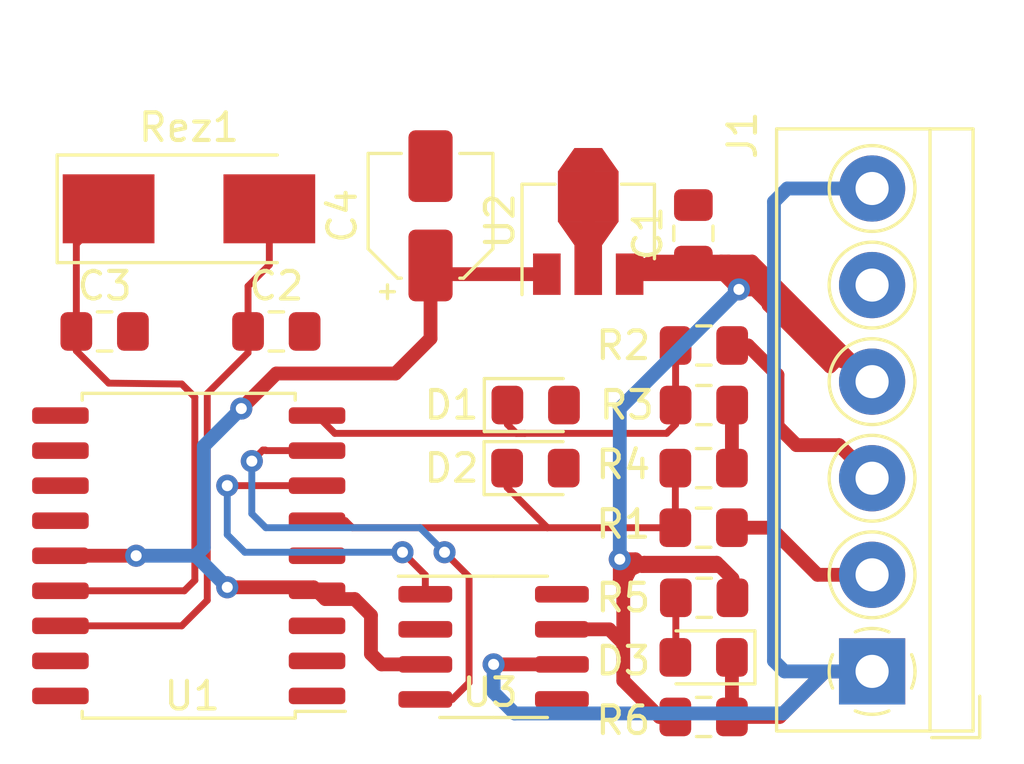
<source format=kicad_pcb>
(kicad_pcb (version 20171130) (host pcbnew 5.1.5+dfsg1-2build2)

  (general
    (thickness 1.6)
    (drawings 0)
    (tracks 155)
    (zones 0)
    (modules 18)
    (nets 25)
  )

  (page A4)
  (layers
    (0 F.Cu signal)
    (31 B.Cu signal)
    (32 B.Adhes user)
    (33 F.Adhes user)
    (34 B.Paste user)
    (35 F.Paste user)
    (36 B.SilkS user)
    (37 F.SilkS user)
    (38 B.Mask user)
    (39 F.Mask user)
    (40 Dwgs.User user)
    (41 Cmts.User user)
    (42 Eco1.User user)
    (43 Eco2.User user)
    (44 Edge.Cuts user)
    (45 Margin user)
    (46 B.CrtYd user)
    (47 F.CrtYd user)
    (48 B.Fab user)
    (49 F.Fab user)
  )

  (setup
    (last_trace_width 0.25)
    (trace_clearance 0.2)
    (zone_clearance 0.508)
    (zone_45_only no)
    (trace_min 0.2)
    (via_size 0.8)
    (via_drill 0.4)
    (via_min_size 0.4)
    (via_min_drill 0.3)
    (uvia_size 0.3)
    (uvia_drill 0.1)
    (uvias_allowed no)
    (uvia_min_size 0.2)
    (uvia_min_drill 0.1)
    (edge_width 0.05)
    (segment_width 0.2)
    (pcb_text_width 0.3)
    (pcb_text_size 1.5 1.5)
    (mod_edge_width 0.12)
    (mod_text_size 1 1)
    (mod_text_width 0.15)
    (pad_size 1.524 1.524)
    (pad_drill 0.762)
    (pad_to_mask_clearance 0.051)
    (solder_mask_min_width 0.25)
    (aux_axis_origin 0 0)
    (visible_elements FFFDFF7F)
    (pcbplotparams
      (layerselection 0x010fc_ffffffff)
      (usegerberextensions false)
      (usegerberattributes false)
      (usegerberadvancedattributes false)
      (creategerberjobfile false)
      (excludeedgelayer true)
      (linewidth 0.100000)
      (plotframeref false)
      (viasonmask false)
      (mode 1)
      (useauxorigin false)
      (hpglpennumber 1)
      (hpglpenspeed 20)
      (hpglpendiameter 15.000000)
      (psnegative false)
      (psa4output false)
      (plotreference true)
      (plotvalue true)
      (plotinvisibletext false)
      (padsonsilk false)
      (subtractmaskfromsilk false)
      (outputformat 1)
      (mirror false)
      (drillshape 1)
      (scaleselection 1)
      (outputdirectory ""))
  )

  (net 0 "")
  (net 1 GND)
  (net 2 VBAT)
  (net 3 "Net-(C2-Pad1)")
  (net 4 "Net-(C3-Pad1)")
  (net 5 Vcc)
  (net 6 IGNITION)
  (net 7 LOW_BEAM)
  (net 8 "Net-(D3-Pad2)")
  (net 9 WBUS)
  (net 10 "Net-(U1-Pad18)")
  (net 11 "Net-(U1-Pad17)")
  (net 12 "Net-(U1-Pad13)")
  (net 13 "Net-(U1-Pad12)")
  (net 14 "Net-(U1-Pad11)")
  (net 15 "Net-(U1-Pad10)")
  (net 16 WLINE_TX)
  (net 17 WLINE_RX)
  (net 18 "Net-(U1-Pad3)")
  (net 19 "Net-(U1-Pad2)")
  (net 20 "Net-(U1-Pad1)")
  (net 21 "Net-(U3-Pad8)")
  (net 22 "Net-(U3-Pad2)")
  (net 23 RB3)
  (net 24 RB0)

  (net_class Default "To jest domyślna klasa połączeń."
    (clearance 0.2)
    (trace_width 0.25)
    (via_dia 0.8)
    (via_drill 0.4)
    (uvia_dia 0.3)
    (uvia_drill 0.1)
    (add_net "Net-(C2-Pad1)")
    (add_net "Net-(C3-Pad1)")
    (add_net "Net-(D3-Pad2)")
    (add_net "Net-(U1-Pad1)")
    (add_net "Net-(U1-Pad10)")
    (add_net "Net-(U1-Pad11)")
    (add_net "Net-(U1-Pad12)")
    (add_net "Net-(U1-Pad13)")
    (add_net "Net-(U1-Pad17)")
    (add_net "Net-(U1-Pad18)")
    (add_net "Net-(U1-Pad2)")
    (add_net "Net-(U1-Pad3)")
    (add_net "Net-(U3-Pad2)")
    (add_net "Net-(U3-Pad8)")
    (add_net RB0)
    (add_net RB3)
    (add_net WLINE_RX)
    (add_net WLINE_TX)
  )

  (net_class power ""
    (clearance 0.2)
    (trace_width 0.5)
    (via_dia 0.8)
    (via_drill 0.4)
    (uvia_dia 0.3)
    (uvia_drill 0.1)
    (add_net GND)
    (add_net IGNITION)
    (add_net LOW_BEAM)
    (add_net VBAT)
    (add_net Vcc)
    (add_net WBUS)
  )

  (module Package_SO:SOIC-8_3.9x4.9mm_P1.27mm (layer F.Cu) (tedit 5D9F72B1) (tstamp 61F1A404)
    (at 176.784 77.216)
    (descr "SOIC, 8 Pin (JEDEC MS-012AA, https://www.analog.com/media/en/package-pcb-resources/package/pkg_pdf/soic_narrow-r/r_8.pdf), generated with kicad-footprint-generator ipc_gullwing_generator.py")
    (tags "SOIC SO")
    (path /61EEE81A)
    (attr smd)
    (fp_text reference U3 (at -0.127 1.651) (layer F.SilkS)
      (effects (font (size 1 1) (thickness 0.15)))
    )
    (fp_text value Si9243A (at 0 3.4) (layer F.Fab)
      (effects (font (size 1 1) (thickness 0.15)))
    )
    (fp_text user %R (at 0 0) (layer F.Fab)
      (effects (font (size 0.98 0.98) (thickness 0.15)))
    )
    (fp_line (start 3.7 -2.7) (end -3.7 -2.7) (layer F.CrtYd) (width 0.05))
    (fp_line (start 3.7 2.7) (end 3.7 -2.7) (layer F.CrtYd) (width 0.05))
    (fp_line (start -3.7 2.7) (end 3.7 2.7) (layer F.CrtYd) (width 0.05))
    (fp_line (start -3.7 -2.7) (end -3.7 2.7) (layer F.CrtYd) (width 0.05))
    (fp_line (start -1.95 -1.475) (end -0.975 -2.45) (layer F.Fab) (width 0.1))
    (fp_line (start -1.95 2.45) (end -1.95 -1.475) (layer F.Fab) (width 0.1))
    (fp_line (start 1.95 2.45) (end -1.95 2.45) (layer F.Fab) (width 0.1))
    (fp_line (start 1.95 -2.45) (end 1.95 2.45) (layer F.Fab) (width 0.1))
    (fp_line (start -0.975 -2.45) (end 1.95 -2.45) (layer F.Fab) (width 0.1))
    (fp_line (start 0 -2.56) (end -3.45 -2.56) (layer F.SilkS) (width 0.12))
    (fp_line (start 0 -2.56) (end 1.95 -2.56) (layer F.SilkS) (width 0.12))
    (fp_line (start 0 2.56) (end -1.95 2.56) (layer F.SilkS) (width 0.12))
    (fp_line (start 0 2.56) (end 1.95 2.56) (layer F.SilkS) (width 0.12))
    (pad 8 smd roundrect (at 2.475 -1.905) (size 1.95 0.6) (layers F.Cu F.Paste F.Mask) (roundrect_rratio 0.25)
      (net 21 "Net-(U3-Pad8)"))
    (pad 7 smd roundrect (at 2.475 -0.635) (size 1.95 0.6) (layers F.Cu F.Paste F.Mask) (roundrect_rratio 0.25)
      (net 2 VBAT))
    (pad 6 smd roundrect (at 2.475 0.635) (size 1.95 0.6) (layers F.Cu F.Paste F.Mask) (roundrect_rratio 0.25)
      (net 9 WBUS))
    (pad 5 smd roundrect (at 2.475 1.905) (size 1.95 0.6) (layers F.Cu F.Paste F.Mask) (roundrect_rratio 0.25)
      (net 1 GND))
    (pad 4 smd roundrect (at -2.475 1.905) (size 1.95 0.6) (layers F.Cu F.Paste F.Mask) (roundrect_rratio 0.25)
      (net 16 WLINE_TX))
    (pad 3 smd roundrect (at -2.475 0.635) (size 1.95 0.6) (layers F.Cu F.Paste F.Mask) (roundrect_rratio 0.25)
      (net 5 Vcc))
    (pad 2 smd roundrect (at -2.475 -0.635) (size 1.95 0.6) (layers F.Cu F.Paste F.Mask) (roundrect_rratio 0.25)
      (net 22 "Net-(U3-Pad2)"))
    (pad 1 smd roundrect (at -2.475 -1.905) (size 1.95 0.6) (layers F.Cu F.Paste F.Mask) (roundrect_rratio 0.25)
      (net 17 WLINE_RX))
    (model ${KISYS3DMOD}/Package_SO.3dshapes/SOIC-8_3.9x4.9mm_P1.27mm.wrl
      (at (xyz 0 0 0))
      (scale (xyz 1 1 1))
      (rotate (xyz 0 0 0))
    )
  )

  (module Package_TO_SOT_SMD:SOT-89-3 (layer F.Cu) (tedit 5A02FF57) (tstamp 61F1A8D2)
    (at 180.213 62.23 90)
    (descr SOT-89-3)
    (tags SOT-89-3)
    (path /61F18390)
    (attr smd)
    (fp_text reference U2 (at 0.45 -3.2 90) (layer F.SilkS)
      (effects (font (size 1 1) (thickness 0.15)))
    )
    (fp_text value MCP1804x-5002xMB (at 0.45 3.25 90) (layer F.Fab)
      (effects (font (size 1 1) (thickness 0.15)))
    )
    (fp_line (start -2.48 2.55) (end -2.48 -2.55) (layer F.CrtYd) (width 0.05))
    (fp_line (start -2.48 2.55) (end 3.23 2.55) (layer F.CrtYd) (width 0.05))
    (fp_line (start 3.23 -2.55) (end -2.48 -2.55) (layer F.CrtYd) (width 0.05))
    (fp_line (start 3.23 -2.55) (end 3.23 2.55) (layer F.CrtYd) (width 0.05))
    (fp_line (start -0.13 -2.3) (end 1.68 -2.3) (layer F.Fab) (width 0.1))
    (fp_line (start -0.92 2.3) (end -0.92 -1.51) (layer F.Fab) (width 0.1))
    (fp_line (start 1.68 2.3) (end -0.92 2.3) (layer F.Fab) (width 0.1))
    (fp_line (start 1.68 -2.3) (end 1.68 2.3) (layer F.Fab) (width 0.1))
    (fp_line (start -0.92 -1.51) (end -0.13 -2.3) (layer F.Fab) (width 0.1))
    (fp_line (start 1.78 -2.4) (end 1.78 -1.2) (layer F.SilkS) (width 0.12))
    (fp_line (start -2.22 -2.4) (end 1.78 -2.4) (layer F.SilkS) (width 0.12))
    (fp_line (start 1.78 2.4) (end -0.92 2.4) (layer F.SilkS) (width 0.12))
    (fp_line (start 1.78 1.2) (end 1.78 2.4) (layer F.SilkS) (width 0.12))
    (fp_text user %R (at 0.38 0 270) (layer F.Fab)
      (effects (font (size 0.6 0.6) (thickness 0.09)))
    )
    (pad 2 smd trapezoid (at -0.0762 0 180) (size 1.5 1) (rect_delta 0 0.7 ) (layers F.Cu F.Paste F.Mask)
      (net 1 GND))
    (pad 2 smd rect (at 1.3335 0) (size 2.2 1.84) (layers F.Cu F.Paste F.Mask)
      (net 1 GND))
    (pad 3 smd rect (at -1.48 1.5) (size 1 1.5) (layers F.Cu F.Paste F.Mask)
      (net 2 VBAT))
    (pad 2 smd rect (at -1.3335 0) (size 1 1.8) (layers F.Cu F.Paste F.Mask)
      (net 1 GND))
    (pad 1 smd rect (at -1.48 -1.5) (size 1 1.5) (layers F.Cu F.Paste F.Mask)
      (net 5 Vcc))
    (pad 2 smd trapezoid (at 2.667 0) (size 1.6 0.85) (rect_delta 0 0.6 ) (layers F.Cu F.Paste F.Mask)
      (net 1 GND))
    (model ${KISYS3DMOD}/Package_TO_SOT_SMD.3dshapes/SOT-89-3.wrl
      (at (xyz 0 0 0))
      (scale (xyz 1 1 1))
      (rotate (xyz 0 0 0))
    )
  )

  (module Package_SO:SOIC-18W_7.5x11.6mm_P1.27mm (layer F.Cu) (tedit 5D9F72B1) (tstamp 61F19D80)
    (at 165.735 73.914 180)
    (descr "SOIC, 18 Pin (JEDEC MS-013AB, https://www.analog.com/media/en/package-pcb-resources/package/33254132129439rw_18.pdf), generated with kicad-footprint-generator ipc_gullwing_generator.py")
    (tags "SOIC SO")
    (path /61EDCCDB)
    (attr smd)
    (fp_text reference U1 (at -0.127 -5.08) (layer F.SilkS)
      (effects (font (size 1 1) (thickness 0.15)))
    )
    (fp_text value PIC16F628-xxISO (at 0 6.72) (layer F.Fab)
      (effects (font (size 1 1) (thickness 0.15)))
    )
    (fp_text user %R (at 0 0) (layer F.Fab)
      (effects (font (size 1 1) (thickness 0.15)))
    )
    (fp_line (start 5.93 -6.02) (end -5.93 -6.02) (layer F.CrtYd) (width 0.05))
    (fp_line (start 5.93 6.02) (end 5.93 -6.02) (layer F.CrtYd) (width 0.05))
    (fp_line (start -5.93 6.02) (end 5.93 6.02) (layer F.CrtYd) (width 0.05))
    (fp_line (start -5.93 -6.02) (end -5.93 6.02) (layer F.CrtYd) (width 0.05))
    (fp_line (start -3.75 -4.775) (end -2.75 -5.775) (layer F.Fab) (width 0.1))
    (fp_line (start -3.75 5.775) (end -3.75 -4.775) (layer F.Fab) (width 0.1))
    (fp_line (start 3.75 5.775) (end -3.75 5.775) (layer F.Fab) (width 0.1))
    (fp_line (start 3.75 -5.775) (end 3.75 5.775) (layer F.Fab) (width 0.1))
    (fp_line (start -2.75 -5.775) (end 3.75 -5.775) (layer F.Fab) (width 0.1))
    (fp_line (start -3.86 -5.64) (end -5.675 -5.64) (layer F.SilkS) (width 0.12))
    (fp_line (start -3.86 -5.885) (end -3.86 -5.64) (layer F.SilkS) (width 0.12))
    (fp_line (start 0 -5.885) (end -3.86 -5.885) (layer F.SilkS) (width 0.12))
    (fp_line (start 3.86 -5.885) (end 3.86 -5.64) (layer F.SilkS) (width 0.12))
    (fp_line (start 0 -5.885) (end 3.86 -5.885) (layer F.SilkS) (width 0.12))
    (fp_line (start -3.86 5.885) (end -3.86 5.64) (layer F.SilkS) (width 0.12))
    (fp_line (start 0 5.885) (end -3.86 5.885) (layer F.SilkS) (width 0.12))
    (fp_line (start 3.86 5.885) (end 3.86 5.64) (layer F.SilkS) (width 0.12))
    (fp_line (start 0 5.885) (end 3.86 5.885) (layer F.SilkS) (width 0.12))
    (pad 18 smd roundrect (at 4.65 -5.08 180) (size 2.05 0.6) (layers F.Cu F.Paste F.Mask) (roundrect_rratio 0.25)
      (net 10 "Net-(U1-Pad18)"))
    (pad 17 smd roundrect (at 4.65 -3.81 180) (size 2.05 0.6) (layers F.Cu F.Paste F.Mask) (roundrect_rratio 0.25)
      (net 11 "Net-(U1-Pad17)"))
    (pad 16 smd roundrect (at 4.65 -2.54 180) (size 2.05 0.6) (layers F.Cu F.Paste F.Mask) (roundrect_rratio 0.25)
      (net 3 "Net-(C2-Pad1)"))
    (pad 15 smd roundrect (at 4.65 -1.27 180) (size 2.05 0.6) (layers F.Cu F.Paste F.Mask) (roundrect_rratio 0.25)
      (net 4 "Net-(C3-Pad1)"))
    (pad 14 smd roundrect (at 4.65 0 180) (size 2.05 0.6) (layers F.Cu F.Paste F.Mask) (roundrect_rratio 0.25)
      (net 5 Vcc))
    (pad 13 smd roundrect (at 4.65 1.27 180) (size 2.05 0.6) (layers F.Cu F.Paste F.Mask) (roundrect_rratio 0.25)
      (net 12 "Net-(U1-Pad13)"))
    (pad 12 smd roundrect (at 4.65 2.54 180) (size 2.05 0.6) (layers F.Cu F.Paste F.Mask) (roundrect_rratio 0.25)
      (net 13 "Net-(U1-Pad12)"))
    (pad 11 smd roundrect (at 4.65 3.81 180) (size 2.05 0.6) (layers F.Cu F.Paste F.Mask) (roundrect_rratio 0.25)
      (net 14 "Net-(U1-Pad11)"))
    (pad 10 smd roundrect (at 4.65 5.08 180) (size 2.05 0.6) (layers F.Cu F.Paste F.Mask) (roundrect_rratio 0.25)
      (net 15 "Net-(U1-Pad10)"))
    (pad 9 smd roundrect (at -4.65 5.08 180) (size 2.05 0.6) (layers F.Cu F.Paste F.Mask) (roundrect_rratio 0.25)
      (net 23 RB3))
    (pad 8 smd roundrect (at -4.65 3.81 180) (size 2.05 0.6) (layers F.Cu F.Paste F.Mask) (roundrect_rratio 0.25)
      (net 16 WLINE_TX))
    (pad 7 smd roundrect (at -4.65 2.54 180) (size 2.05 0.6) (layers F.Cu F.Paste F.Mask) (roundrect_rratio 0.25)
      (net 17 WLINE_RX))
    (pad 6 smd roundrect (at -4.65 1.27 180) (size 2.05 0.6) (layers F.Cu F.Paste F.Mask) (roundrect_rratio 0.25)
      (net 24 RB0))
    (pad 5 smd roundrect (at -4.65 0 180) (size 2.05 0.6) (layers F.Cu F.Paste F.Mask) (roundrect_rratio 0.25)
      (net 1 GND))
    (pad 4 smd roundrect (at -4.65 -1.27 180) (size 2.05 0.6) (layers F.Cu F.Paste F.Mask) (roundrect_rratio 0.25)
      (net 5 Vcc))
    (pad 3 smd roundrect (at -4.65 -2.54 180) (size 2.05 0.6) (layers F.Cu F.Paste F.Mask) (roundrect_rratio 0.25)
      (net 18 "Net-(U1-Pad3)"))
    (pad 2 smd roundrect (at -4.65 -3.81 180) (size 2.05 0.6) (layers F.Cu F.Paste F.Mask) (roundrect_rratio 0.25)
      (net 19 "Net-(U1-Pad2)"))
    (pad 1 smd roundrect (at -4.65 -5.08 180) (size 2.05 0.6) (layers F.Cu F.Paste F.Mask) (roundrect_rratio 0.25)
      (net 20 "Net-(U1-Pad1)"))
    (model ${KISYS3DMOD}/Package_SO.3dshapes/SOIC-18W_7.5x11.6mm_P1.27mm.wrl
      (at (xyz 0 0 0))
      (scale (xyz 1 1 1))
      (rotate (xyz 0 0 0))
    )
  )

  (module Crystal:Crystal_SMD_0603-2Pin_6.0x3.5mm_HandSoldering (layer F.Cu) (tedit 5A0FD1B2) (tstamp 61F19D57)
    (at 165.7435 61.341)
    (descr "SMD Crystal SERIES SMD0603/2 http://www.petermann-technik.de/fileadmin/petermann/pdf/SMD0603-2.pdf, hand-soldering, 6.0x3.5mm^2 package")
    (tags "SMD SMT crystal hand-soldering")
    (path /61EDD49B)
    (attr smd)
    (fp_text reference Rez1 (at 0 -2.95) (layer F.SilkS)
      (effects (font (size 1 1) (thickness 0.15)))
    )
    (fp_text value 18.432MHz (at 0 2.95) (layer F.Fab)
      (effects (font (size 1 1) (thickness 0.15)))
    )
    (fp_circle (center 0 0) (end 0.093333 0) (layer F.Adhes) (width 0.186667))
    (fp_circle (center 0 0) (end 0.213333 0) (layer F.Adhes) (width 0.133333))
    (fp_circle (center 0 0) (end 0.333333 0) (layer F.Adhes) (width 0.133333))
    (fp_circle (center 0 0) (end 0.4 0) (layer F.Adhes) (width 0.1))
    (fp_line (start 4.9 -2) (end -4.9 -2) (layer F.CrtYd) (width 0.05))
    (fp_line (start 4.9 2) (end 4.9 -2) (layer F.CrtYd) (width 0.05))
    (fp_line (start -4.9 2) (end 4.9 2) (layer F.CrtYd) (width 0.05))
    (fp_line (start -4.9 -2) (end -4.9 2) (layer F.CrtYd) (width 0.05))
    (fp_line (start -4.775 1.95) (end 3.2 1.95) (layer F.SilkS) (width 0.12))
    (fp_line (start -4.775 -1.95) (end -4.775 1.95) (layer F.SilkS) (width 0.12))
    (fp_line (start 3.2 -1.95) (end -4.775 -1.95) (layer F.SilkS) (width 0.12))
    (fp_line (start -3 0.75) (end -2 1.75) (layer F.Fab) (width 0.1))
    (fp_line (start -3 -1.65) (end -2.9 -1.75) (layer F.Fab) (width 0.1))
    (fp_line (start -3 1.65) (end -3 -1.65) (layer F.Fab) (width 0.1))
    (fp_line (start -2.9 1.75) (end -3 1.65) (layer F.Fab) (width 0.1))
    (fp_line (start 2.9 1.75) (end -2.9 1.75) (layer F.Fab) (width 0.1))
    (fp_line (start 3 1.65) (end 2.9 1.75) (layer F.Fab) (width 0.1))
    (fp_line (start 3 -1.65) (end 3 1.65) (layer F.Fab) (width 0.1))
    (fp_line (start 2.9 -1.75) (end 3 -1.65) (layer F.Fab) (width 0.1))
    (fp_line (start -2.9 -1.75) (end 2.9 -1.75) (layer F.Fab) (width 0.1))
    (fp_text user %R (at 0 0) (layer F.Fab)
      (effects (font (size 1 1) (thickness 0.15)))
    )
    (pad 2 smd rect (at 2.9125 0) (size 3.325 2.5) (layers F.Cu F.Paste F.Mask)
      (net 3 "Net-(C2-Pad1)"))
    (pad 1 smd rect (at -2.9125 0) (size 3.325 2.5) (layers F.Cu F.Paste F.Mask)
      (net 4 "Net-(C3-Pad1)"))
    (model ${KISYS3DMOD}/Crystal.3dshapes/Crystal_SMD_0603-2Pin_6.0x3.5mm_HandSoldering.wrl
      (at (xyz 0 0 0))
      (scale (xyz 1 1 1))
      (rotate (xyz 0 0 0))
    )
  )

  (module Resistor_SMD:R_0805_2012Metric_Pad1.15x1.40mm_HandSolder (layer F.Cu) (tedit 5B36C52B) (tstamp 61F1C407)
    (at 184.395 79.756 180)
    (descr "Resistor SMD 0805 (2012 Metric), square (rectangular) end terminal, IPC_7351 nominal with elongated pad for handsoldering. (Body size source: https://docs.google.com/spreadsheets/d/1BsfQQcO9C6DZCsRaXUlFlo91Tg2WpOkGARC1WS5S8t0/edit?usp=sharing), generated with kicad-footprint-generator")
    (tags "resistor handsolder")
    (path /61F213B6)
    (attr smd)
    (fp_text reference R6 (at 2.912 -0.127) (layer F.SilkS)
      (effects (font (size 1 1) (thickness 0.15)))
    )
    (fp_text value 1K (at 0 1.65) (layer F.Fab)
      (effects (font (size 1 1) (thickness 0.15)))
    )
    (fp_text user %R (at 0 0) (layer F.Fab)
      (effects (font (size 0.5 0.5) (thickness 0.08)))
    )
    (fp_line (start 1.85 0.95) (end -1.85 0.95) (layer F.CrtYd) (width 0.05))
    (fp_line (start 1.85 -0.95) (end 1.85 0.95) (layer F.CrtYd) (width 0.05))
    (fp_line (start -1.85 -0.95) (end 1.85 -0.95) (layer F.CrtYd) (width 0.05))
    (fp_line (start -1.85 0.95) (end -1.85 -0.95) (layer F.CrtYd) (width 0.05))
    (fp_line (start -0.261252 0.71) (end 0.261252 0.71) (layer F.SilkS) (width 0.12))
    (fp_line (start -0.261252 -0.71) (end 0.261252 -0.71) (layer F.SilkS) (width 0.12))
    (fp_line (start 1 0.6) (end -1 0.6) (layer F.Fab) (width 0.1))
    (fp_line (start 1 -0.6) (end 1 0.6) (layer F.Fab) (width 0.1))
    (fp_line (start -1 -0.6) (end 1 -0.6) (layer F.Fab) (width 0.1))
    (fp_line (start -1 0.6) (end -1 -0.6) (layer F.Fab) (width 0.1))
    (pad 2 smd roundrect (at 1.025 0 180) (size 1.15 1.4) (layers F.Cu F.Paste F.Mask) (roundrect_rratio 0.217391)
      (net 2 VBAT))
    (pad 1 smd roundrect (at -1.025 0 180) (size 1.15 1.4) (layers F.Cu F.Paste F.Mask) (roundrect_rratio 0.217391)
      (net 9 WBUS))
    (model ${KISYS3DMOD}/Resistor_SMD.3dshapes/R_0805_2012Metric.wrl
      (at (xyz 0 0 0))
      (scale (xyz 1 1 1))
      (rotate (xyz 0 0 0))
    )
  )

  (module Resistor_SMD:R_0805_2012Metric_Pad1.15x1.40mm_HandSolder (layer F.Cu) (tedit 5B36C52B) (tstamp 61F1C437)
    (at 184.413 75.438)
    (descr "Resistor SMD 0805 (2012 Metric), square (rectangular) end terminal, IPC_7351 nominal with elongated pad for handsoldering. (Body size source: https://docs.google.com/spreadsheets/d/1BsfQQcO9C6DZCsRaXUlFlo91Tg2WpOkGARC1WS5S8t0/edit?usp=sharing), generated with kicad-footprint-generator")
    (tags "resistor handsolder")
    (path /61F2971D)
    (attr smd)
    (fp_text reference R5 (at -2.93 0) (layer F.SilkS)
      (effects (font (size 1 1) (thickness 0.15)))
    )
    (fp_text value 2K (at 0 1.65) (layer F.Fab)
      (effects (font (size 1 1) (thickness 0.15)))
    )
    (fp_text user %R (at 0 0) (layer F.Fab)
      (effects (font (size 0.5 0.5) (thickness 0.08)))
    )
    (fp_line (start 1.85 0.95) (end -1.85 0.95) (layer F.CrtYd) (width 0.05))
    (fp_line (start 1.85 -0.95) (end 1.85 0.95) (layer F.CrtYd) (width 0.05))
    (fp_line (start -1.85 -0.95) (end 1.85 -0.95) (layer F.CrtYd) (width 0.05))
    (fp_line (start -1.85 0.95) (end -1.85 -0.95) (layer F.CrtYd) (width 0.05))
    (fp_line (start -0.261252 0.71) (end 0.261252 0.71) (layer F.SilkS) (width 0.12))
    (fp_line (start -0.261252 -0.71) (end 0.261252 -0.71) (layer F.SilkS) (width 0.12))
    (fp_line (start 1 0.6) (end -1 0.6) (layer F.Fab) (width 0.1))
    (fp_line (start 1 -0.6) (end 1 0.6) (layer F.Fab) (width 0.1))
    (fp_line (start -1 -0.6) (end 1 -0.6) (layer F.Fab) (width 0.1))
    (fp_line (start -1 0.6) (end -1 -0.6) (layer F.Fab) (width 0.1))
    (pad 2 smd roundrect (at 1.025 0) (size 1.15 1.4) (layers F.Cu F.Paste F.Mask) (roundrect_rratio 0.217391)
      (net 2 VBAT))
    (pad 1 smd roundrect (at -1.025 0) (size 1.15 1.4) (layers F.Cu F.Paste F.Mask) (roundrect_rratio 0.217391)
      (net 8 "Net-(D3-Pad2)"))
    (model ${KISYS3DMOD}/Resistor_SMD.3dshapes/R_0805_2012Metric.wrl
      (at (xyz 0 0 0))
      (scale (xyz 1 1 1))
      (rotate (xyz 0 0 0))
    )
  )

  (module Resistor_SMD:R_0805_2012Metric_Pad1.15x1.40mm_HandSolder (layer F.Cu) (tedit 5B36C52B) (tstamp 61F1C26F)
    (at 184.395 70.739)
    (descr "Resistor SMD 0805 (2012 Metric), square (rectangular) end terminal, IPC_7351 nominal with elongated pad for handsoldering. (Body size source: https://docs.google.com/spreadsheets/d/1BsfQQcO9C6DZCsRaXUlFlo91Tg2WpOkGARC1WS5S8t0/edit?usp=sharing), generated with kicad-footprint-generator")
    (tags "resistor handsolder")
    (path /61F00BA1)
    (attr smd)
    (fp_text reference R4 (at -2.912 -0.127) (layer F.SilkS)
      (effects (font (size 1 1) (thickness 0.15)))
    )
    (fp_text value 10k (at 0 1.65) (layer F.Fab)
      (effects (font (size 1 1) (thickness 0.15)))
    )
    (fp_text user %R (at 0 0) (layer F.Fab)
      (effects (font (size 0.5 0.5) (thickness 0.08)))
    )
    (fp_line (start 1.85 0.95) (end -1.85 0.95) (layer F.CrtYd) (width 0.05))
    (fp_line (start 1.85 -0.95) (end 1.85 0.95) (layer F.CrtYd) (width 0.05))
    (fp_line (start -1.85 -0.95) (end 1.85 -0.95) (layer F.CrtYd) (width 0.05))
    (fp_line (start -1.85 0.95) (end -1.85 -0.95) (layer F.CrtYd) (width 0.05))
    (fp_line (start -0.261252 0.71) (end 0.261252 0.71) (layer F.SilkS) (width 0.12))
    (fp_line (start -0.261252 -0.71) (end 0.261252 -0.71) (layer F.SilkS) (width 0.12))
    (fp_line (start 1 0.6) (end -1 0.6) (layer F.Fab) (width 0.1))
    (fp_line (start 1 -0.6) (end 1 0.6) (layer F.Fab) (width 0.1))
    (fp_line (start -1 -0.6) (end 1 -0.6) (layer F.Fab) (width 0.1))
    (fp_line (start -1 0.6) (end -1 -0.6) (layer F.Fab) (width 0.1))
    (pad 2 smd roundrect (at 1.025 0) (size 1.15 1.4) (layers F.Cu F.Paste F.Mask) (roundrect_rratio 0.217391)
      (net 1 GND))
    (pad 1 smd roundrect (at -1.025 0) (size 1.15 1.4) (layers F.Cu F.Paste F.Mask) (roundrect_rratio 0.217391)
      (net 24 RB0))
    (model ${KISYS3DMOD}/Resistor_SMD.3dshapes/R_0805_2012Metric.wrl
      (at (xyz 0 0 0))
      (scale (xyz 1 1 1))
      (rotate (xyz 0 0 0))
    )
  )

  (module Resistor_SMD:R_0805_2012Metric_Pad1.15x1.40mm_HandSolder (layer F.Cu) (tedit 5B36C52B) (tstamp 61F1C29F)
    (at 184.404 68.453)
    (descr "Resistor SMD 0805 (2012 Metric), square (rectangular) end terminal, IPC_7351 nominal with elongated pad for handsoldering. (Body size source: https://docs.google.com/spreadsheets/d/1BsfQQcO9C6DZCsRaXUlFlo91Tg2WpOkGARC1WS5S8t0/edit?usp=sharing), generated with kicad-footprint-generator")
    (tags "resistor handsolder")
    (path /61F0078F)
    (attr smd)
    (fp_text reference R3 (at -2.794 0) (layer F.SilkS)
      (effects (font (size 1 1) (thickness 0.15)))
    )
    (fp_text value 10k (at 0 1.65) (layer F.Fab)
      (effects (font (size 1 1) (thickness 0.15)))
    )
    (fp_text user %R (at 0 0) (layer F.Fab)
      (effects (font (size 0.5 0.5) (thickness 0.08)))
    )
    (fp_line (start 1.85 0.95) (end -1.85 0.95) (layer F.CrtYd) (width 0.05))
    (fp_line (start 1.85 -0.95) (end 1.85 0.95) (layer F.CrtYd) (width 0.05))
    (fp_line (start -1.85 -0.95) (end 1.85 -0.95) (layer F.CrtYd) (width 0.05))
    (fp_line (start -1.85 0.95) (end -1.85 -0.95) (layer F.CrtYd) (width 0.05))
    (fp_line (start -0.261252 0.71) (end 0.261252 0.71) (layer F.SilkS) (width 0.12))
    (fp_line (start -0.261252 -0.71) (end 0.261252 -0.71) (layer F.SilkS) (width 0.12))
    (fp_line (start 1 0.6) (end -1 0.6) (layer F.Fab) (width 0.1))
    (fp_line (start 1 -0.6) (end 1 0.6) (layer F.Fab) (width 0.1))
    (fp_line (start -1 -0.6) (end 1 -0.6) (layer F.Fab) (width 0.1))
    (fp_line (start -1 0.6) (end -1 -0.6) (layer F.Fab) (width 0.1))
    (pad 2 smd roundrect (at 1.025 0) (size 1.15 1.4) (layers F.Cu F.Paste F.Mask) (roundrect_rratio 0.217391)
      (net 1 GND))
    (pad 1 smd roundrect (at -1.025 0) (size 1.15 1.4) (layers F.Cu F.Paste F.Mask) (roundrect_rratio 0.217391)
      (net 23 RB3))
    (model ${KISYS3DMOD}/Resistor_SMD.3dshapes/R_0805_2012Metric.wrl
      (at (xyz 0 0 0))
      (scale (xyz 1 1 1))
      (rotate (xyz 0 0 0))
    )
  )

  (module Resistor_SMD:R_0805_2012Metric_Pad1.15x1.40mm_HandSolder (layer F.Cu) (tedit 5B36C52B) (tstamp 61F1C2CF)
    (at 184.404 66.294)
    (descr "Resistor SMD 0805 (2012 Metric), square (rectangular) end terminal, IPC_7351 nominal with elongated pad for handsoldering. (Body size source: https://docs.google.com/spreadsheets/d/1BsfQQcO9C6DZCsRaXUlFlo91Tg2WpOkGARC1WS5S8t0/edit?usp=sharing), generated with kicad-footprint-generator")
    (tags "resistor handsolder")
    (path /61F0D479)
    (attr smd)
    (fp_text reference R2 (at -2.921 0) (layer F.SilkS)
      (effects (font (size 1 1) (thickness 0.15)))
    )
    (fp_text value 10k (at 0 1.65) (layer F.Fab)
      (effects (font (size 1 1) (thickness 0.15)))
    )
    (fp_text user %R (at 0 0) (layer F.Fab)
      (effects (font (size 0.5 0.5) (thickness 0.08)))
    )
    (fp_line (start 1.85 0.95) (end -1.85 0.95) (layer F.CrtYd) (width 0.05))
    (fp_line (start 1.85 -0.95) (end 1.85 0.95) (layer F.CrtYd) (width 0.05))
    (fp_line (start -1.85 -0.95) (end 1.85 -0.95) (layer F.CrtYd) (width 0.05))
    (fp_line (start -1.85 0.95) (end -1.85 -0.95) (layer F.CrtYd) (width 0.05))
    (fp_line (start -0.261252 0.71) (end 0.261252 0.71) (layer F.SilkS) (width 0.12))
    (fp_line (start -0.261252 -0.71) (end 0.261252 -0.71) (layer F.SilkS) (width 0.12))
    (fp_line (start 1 0.6) (end -1 0.6) (layer F.Fab) (width 0.1))
    (fp_line (start 1 -0.6) (end 1 0.6) (layer F.Fab) (width 0.1))
    (fp_line (start -1 -0.6) (end 1 -0.6) (layer F.Fab) (width 0.1))
    (fp_line (start -1 0.6) (end -1 -0.6) (layer F.Fab) (width 0.1))
    (pad 2 smd roundrect (at 1.025 0) (size 1.15 1.4) (layers F.Cu F.Paste F.Mask) (roundrect_rratio 0.217391)
      (net 6 IGNITION))
    (pad 1 smd roundrect (at -1.025 0) (size 1.15 1.4) (layers F.Cu F.Paste F.Mask) (roundrect_rratio 0.217391)
      (net 23 RB3))
    (model ${KISYS3DMOD}/Resistor_SMD.3dshapes/R_0805_2012Metric.wrl
      (at (xyz 0 0 0))
      (scale (xyz 1 1 1))
      (rotate (xyz 0 0 0))
    )
  )

  (module Resistor_SMD:R_0805_2012Metric_Pad1.15x1.40mm_HandSolder (layer F.Cu) (tedit 5B36C52B) (tstamp 61F1C2FF)
    (at 184.395 72.898)
    (descr "Resistor SMD 0805 (2012 Metric), square (rectangular) end terminal, IPC_7351 nominal with elongated pad for handsoldering. (Body size source: https://docs.google.com/spreadsheets/d/1BsfQQcO9C6DZCsRaXUlFlo91Tg2WpOkGARC1WS5S8t0/edit?usp=sharing), generated with kicad-footprint-generator")
    (tags "resistor handsolder")
    (path /61F0D0F3)
    (attr smd)
    (fp_text reference R1 (at -2.912 -0.127) (layer F.SilkS)
      (effects (font (size 1 1) (thickness 0.15)))
    )
    (fp_text value 10k (at 0 1.65) (layer F.Fab)
      (effects (font (size 1 1) (thickness 0.15)))
    )
    (fp_text user %R (at 0 0) (layer F.Fab)
      (effects (font (size 0.5 0.5) (thickness 0.08)))
    )
    (fp_line (start 1.85 0.95) (end -1.85 0.95) (layer F.CrtYd) (width 0.05))
    (fp_line (start 1.85 -0.95) (end 1.85 0.95) (layer F.CrtYd) (width 0.05))
    (fp_line (start -1.85 -0.95) (end 1.85 -0.95) (layer F.CrtYd) (width 0.05))
    (fp_line (start -1.85 0.95) (end -1.85 -0.95) (layer F.CrtYd) (width 0.05))
    (fp_line (start -0.261252 0.71) (end 0.261252 0.71) (layer F.SilkS) (width 0.12))
    (fp_line (start -0.261252 -0.71) (end 0.261252 -0.71) (layer F.SilkS) (width 0.12))
    (fp_line (start 1 0.6) (end -1 0.6) (layer F.Fab) (width 0.1))
    (fp_line (start 1 -0.6) (end 1 0.6) (layer F.Fab) (width 0.1))
    (fp_line (start -1 -0.6) (end 1 -0.6) (layer F.Fab) (width 0.1))
    (fp_line (start -1 0.6) (end -1 -0.6) (layer F.Fab) (width 0.1))
    (pad 2 smd roundrect (at 1.025 0) (size 1.15 1.4) (layers F.Cu F.Paste F.Mask) (roundrect_rratio 0.217391)
      (net 7 LOW_BEAM))
    (pad 1 smd roundrect (at -1.025 0) (size 1.15 1.4) (layers F.Cu F.Paste F.Mask) (roundrect_rratio 0.217391)
      (net 24 RB0))
    (model ${KISYS3DMOD}/Resistor_SMD.3dshapes/R_0805_2012Metric.wrl
      (at (xyz 0 0 0))
      (scale (xyz 1 1 1))
      (rotate (xyz 0 0 0))
    )
  )

  (module TerminalBlock_4Ucon:TerminalBlock_4Ucon_1x06_P3.50mm_Horizontal (layer F.Cu) (tedit 5B294E92) (tstamp 61F19CD6)
    (at 190.5 78.105 90)
    (descr "Terminal Block 4Ucon ItemNo. 19964, 6 pins, pitch 3.5mm, size 21.7x7mm^2, drill diamater 1.2mm, pad diameter 2.4mm, see http://www.4uconnector.com/online/object/4udrawing/19964.pdf, script-generated using https://github.com/pointhi/kicad-footprint-generator/scripts/TerminalBlock_4Ucon")
    (tags "THT Terminal Block 4Ucon ItemNo. 19964 pitch 3.5mm size 21.7x7mm^2 drill 1.2mm pad 2.4mm")
    (path /61F6A2D8)
    (fp_text reference J1 (at 19.431 -4.699 90) (layer F.SilkS)
      (effects (font (size 1 1) (thickness 0.15)))
    )
    (fp_text value Conn_01x06_Female (at 8.75 4.66 90) (layer F.Fab)
      (effects (font (size 1 1) (thickness 0.15)))
    )
    (fp_text user %R (at 8.75 2.9 90) (layer F.Fab)
      (effects (font (size 1 1) (thickness 0.15)))
    )
    (fp_line (start 20.1 -3.9) (end -2.6 -3.9) (layer F.CrtYd) (width 0.05))
    (fp_line (start 20.1 4.1) (end 20.1 -3.9) (layer F.CrtYd) (width 0.05))
    (fp_line (start -2.6 4.1) (end 20.1 4.1) (layer F.CrtYd) (width 0.05))
    (fp_line (start -2.6 -3.9) (end -2.6 4.1) (layer F.CrtYd) (width 0.05))
    (fp_line (start -2.4 3.9) (end -0.9 3.9) (layer F.SilkS) (width 0.12))
    (fp_line (start -2.4 2.16) (end -2.4 3.9) (layer F.SilkS) (width 0.12))
    (fp_line (start 16.4 0.069) (end 16.4 -0.069) (layer F.Fab) (width 0.1))
    (fp_line (start 17.431 0.069) (end 16.4 0.069) (layer F.Fab) (width 0.1))
    (fp_line (start 17.431 1.1) (end 17.431 0.069) (layer F.Fab) (width 0.1))
    (fp_line (start 17.569 1.1) (end 17.431 1.1) (layer F.Fab) (width 0.1))
    (fp_line (start 17.569 0.069) (end 17.569 1.1) (layer F.Fab) (width 0.1))
    (fp_line (start 18.6 0.069) (end 17.569 0.069) (layer F.Fab) (width 0.1))
    (fp_line (start 18.6 -0.069) (end 18.6 0.069) (layer F.Fab) (width 0.1))
    (fp_line (start 17.569 -0.069) (end 18.6 -0.069) (layer F.Fab) (width 0.1))
    (fp_line (start 17.569 -1.1) (end 17.569 -0.069) (layer F.Fab) (width 0.1))
    (fp_line (start 17.431 -1.1) (end 17.569 -1.1) (layer F.Fab) (width 0.1))
    (fp_line (start 17.431 -0.069) (end 17.431 -1.1) (layer F.Fab) (width 0.1))
    (fp_line (start 16.4 -0.069) (end 17.431 -0.069) (layer F.Fab) (width 0.1))
    (fp_line (start 12.9 0.069) (end 12.9 -0.069) (layer F.Fab) (width 0.1))
    (fp_line (start 13.931 0.069) (end 12.9 0.069) (layer F.Fab) (width 0.1))
    (fp_line (start 13.931 1.1) (end 13.931 0.069) (layer F.Fab) (width 0.1))
    (fp_line (start 14.069 1.1) (end 13.931 1.1) (layer F.Fab) (width 0.1))
    (fp_line (start 14.069 0.069) (end 14.069 1.1) (layer F.Fab) (width 0.1))
    (fp_line (start 15.1 0.069) (end 14.069 0.069) (layer F.Fab) (width 0.1))
    (fp_line (start 15.1 -0.069) (end 15.1 0.069) (layer F.Fab) (width 0.1))
    (fp_line (start 14.069 -0.069) (end 15.1 -0.069) (layer F.Fab) (width 0.1))
    (fp_line (start 14.069 -1.1) (end 14.069 -0.069) (layer F.Fab) (width 0.1))
    (fp_line (start 13.931 -1.1) (end 14.069 -1.1) (layer F.Fab) (width 0.1))
    (fp_line (start 13.931 -0.069) (end 13.931 -1.1) (layer F.Fab) (width 0.1))
    (fp_line (start 12.9 -0.069) (end 13.931 -0.069) (layer F.Fab) (width 0.1))
    (fp_line (start 9.4 0.069) (end 9.4 -0.069) (layer F.Fab) (width 0.1))
    (fp_line (start 10.431 0.069) (end 9.4 0.069) (layer F.Fab) (width 0.1))
    (fp_line (start 10.431 1.1) (end 10.431 0.069) (layer F.Fab) (width 0.1))
    (fp_line (start 10.569 1.1) (end 10.431 1.1) (layer F.Fab) (width 0.1))
    (fp_line (start 10.569 0.069) (end 10.569 1.1) (layer F.Fab) (width 0.1))
    (fp_line (start 11.6 0.069) (end 10.569 0.069) (layer F.Fab) (width 0.1))
    (fp_line (start 11.6 -0.069) (end 11.6 0.069) (layer F.Fab) (width 0.1))
    (fp_line (start 10.569 -0.069) (end 11.6 -0.069) (layer F.Fab) (width 0.1))
    (fp_line (start 10.569 -1.1) (end 10.569 -0.069) (layer F.Fab) (width 0.1))
    (fp_line (start 10.431 -1.1) (end 10.569 -1.1) (layer F.Fab) (width 0.1))
    (fp_line (start 10.431 -0.069) (end 10.431 -1.1) (layer F.Fab) (width 0.1))
    (fp_line (start 9.4 -0.069) (end 10.431 -0.069) (layer F.Fab) (width 0.1))
    (fp_line (start 5.9 0.069) (end 5.9 -0.069) (layer F.Fab) (width 0.1))
    (fp_line (start 6.931 0.069) (end 5.9 0.069) (layer F.Fab) (width 0.1))
    (fp_line (start 6.931 1.1) (end 6.931 0.069) (layer F.Fab) (width 0.1))
    (fp_line (start 7.069 1.1) (end 6.931 1.1) (layer F.Fab) (width 0.1))
    (fp_line (start 7.069 0.069) (end 7.069 1.1) (layer F.Fab) (width 0.1))
    (fp_line (start 8.1 0.069) (end 7.069 0.069) (layer F.Fab) (width 0.1))
    (fp_line (start 8.1 -0.069) (end 8.1 0.069) (layer F.Fab) (width 0.1))
    (fp_line (start 7.069 -0.069) (end 8.1 -0.069) (layer F.Fab) (width 0.1))
    (fp_line (start 7.069 -1.1) (end 7.069 -0.069) (layer F.Fab) (width 0.1))
    (fp_line (start 6.931 -1.1) (end 7.069 -1.1) (layer F.Fab) (width 0.1))
    (fp_line (start 6.931 -0.069) (end 6.931 -1.1) (layer F.Fab) (width 0.1))
    (fp_line (start 5.9 -0.069) (end 6.931 -0.069) (layer F.Fab) (width 0.1))
    (fp_line (start 2.4 0.069) (end 2.4 -0.069) (layer F.Fab) (width 0.1))
    (fp_line (start 3.431 0.069) (end 2.4 0.069) (layer F.Fab) (width 0.1))
    (fp_line (start 3.431 1.1) (end 3.431 0.069) (layer F.Fab) (width 0.1))
    (fp_line (start 3.569 1.1) (end 3.431 1.1) (layer F.Fab) (width 0.1))
    (fp_line (start 3.569 0.069) (end 3.569 1.1) (layer F.Fab) (width 0.1))
    (fp_line (start 4.6 0.069) (end 3.569 0.069) (layer F.Fab) (width 0.1))
    (fp_line (start 4.6 -0.069) (end 4.6 0.069) (layer F.Fab) (width 0.1))
    (fp_line (start 3.569 -0.069) (end 4.6 -0.069) (layer F.Fab) (width 0.1))
    (fp_line (start 3.569 -1.1) (end 3.569 -0.069) (layer F.Fab) (width 0.1))
    (fp_line (start 3.431 -1.1) (end 3.569 -1.1) (layer F.Fab) (width 0.1))
    (fp_line (start 3.431 -0.069) (end 3.431 -1.1) (layer F.Fab) (width 0.1))
    (fp_line (start 2.4 -0.069) (end 3.431 -0.069) (layer F.Fab) (width 0.1))
    (fp_line (start -1.1 0.069) (end -1.1 -0.069) (layer F.Fab) (width 0.1))
    (fp_line (start -0.069 0.069) (end -1.1 0.069) (layer F.Fab) (width 0.1))
    (fp_line (start -0.069 1.1) (end -0.069 0.069) (layer F.Fab) (width 0.1))
    (fp_line (start 0.069 1.1) (end -0.069 1.1) (layer F.Fab) (width 0.1))
    (fp_line (start 0.069 0.069) (end 0.069 1.1) (layer F.Fab) (width 0.1))
    (fp_line (start 1.1 0.069) (end 0.069 0.069) (layer F.Fab) (width 0.1))
    (fp_line (start 1.1 -0.069) (end 1.1 0.069) (layer F.Fab) (width 0.1))
    (fp_line (start 0.069 -0.069) (end 1.1 -0.069) (layer F.Fab) (width 0.1))
    (fp_line (start 0.069 -1.1) (end 0.069 -0.069) (layer F.Fab) (width 0.1))
    (fp_line (start -0.069 -1.1) (end 0.069 -1.1) (layer F.Fab) (width 0.1))
    (fp_line (start -0.069 -0.069) (end -0.069 -1.1) (layer F.Fab) (width 0.1))
    (fp_line (start -1.1 -0.069) (end -0.069 -0.069) (layer F.Fab) (width 0.1))
    (fp_line (start 19.66 -3.46) (end 19.66 3.66) (layer F.SilkS) (width 0.12))
    (fp_line (start -2.16 -3.46) (end -2.16 3.66) (layer F.SilkS) (width 0.12))
    (fp_line (start -2.16 3.66) (end 19.66 3.66) (layer F.SilkS) (width 0.12))
    (fp_line (start -2.16 -3.46) (end 19.66 -3.46) (layer F.SilkS) (width 0.12))
    (fp_line (start -2.16 2.1) (end 19.66 2.1) (layer F.SilkS) (width 0.12))
    (fp_line (start -2.1 2.1) (end 19.6 2.1) (layer F.Fab) (width 0.1))
    (fp_line (start -2.1 2.1) (end -2.1 -3.4) (layer F.Fab) (width 0.1))
    (fp_line (start -0.6 3.6) (end -2.1 2.1) (layer F.Fab) (width 0.1))
    (fp_line (start 19.6 3.6) (end -0.6 3.6) (layer F.Fab) (width 0.1))
    (fp_line (start 19.6 -3.4) (end 19.6 3.6) (layer F.Fab) (width 0.1))
    (fp_line (start -2.1 -3.4) (end 19.6 -3.4) (layer F.Fab) (width 0.1))
    (fp_circle (center 17.5 0) (end 19.055 0) (layer F.SilkS) (width 0.12))
    (fp_circle (center 17.5 0) (end 18.875 0) (layer F.Fab) (width 0.1))
    (fp_circle (center 14 0) (end 15.555 0) (layer F.SilkS) (width 0.12))
    (fp_circle (center 14 0) (end 15.375 0) (layer F.Fab) (width 0.1))
    (fp_circle (center 10.5 0) (end 12.055 0) (layer F.SilkS) (width 0.12))
    (fp_circle (center 10.5 0) (end 11.875 0) (layer F.Fab) (width 0.1))
    (fp_circle (center 7 0) (end 8.555 0) (layer F.SilkS) (width 0.12))
    (fp_circle (center 7 0) (end 8.375 0) (layer F.Fab) (width 0.1))
    (fp_circle (center 3.5 0) (end 5.055 0) (layer F.SilkS) (width 0.12))
    (fp_circle (center 3.5 0) (end 4.875 0) (layer F.Fab) (width 0.1))
    (fp_circle (center 0 0) (end 1.375 0) (layer F.Fab) (width 0.1))
    (fp_arc (start 0 0) (end -0.608 1.432) (angle -24) (layer F.SilkS) (width 0.12))
    (fp_arc (start 0 0) (end -1.432 -0.608) (angle -46) (layer F.SilkS) (width 0.12))
    (fp_arc (start 0 0) (end 0.608 -1.432) (angle -46) (layer F.SilkS) (width 0.12))
    (fp_arc (start 0 0) (end 1.432 0.608) (angle -46) (layer F.SilkS) (width 0.12))
    (fp_arc (start 0 0) (end 0 1.555) (angle -23) (layer F.SilkS) (width 0.12))
    (pad 6 thru_hole circle (at 17.5 0 90) (size 2.4 2.4) (drill 1.2) (layers *.Cu *.Mask)
      (net 9 WBUS))
    (pad 5 thru_hole circle (at 14 0 90) (size 2.4 2.4) (drill 1.2) (layers *.Cu *.Mask)
      (net 1 GND))
    (pad 4 thru_hole circle (at 10.5 0 90) (size 2.4 2.4) (drill 1.2) (layers *.Cu *.Mask)
      (net 2 VBAT))
    (pad 3 thru_hole circle (at 7 0 90) (size 2.4 2.4) (drill 1.2) (layers *.Cu *.Mask)
      (net 6 IGNITION))
    (pad 2 thru_hole circle (at 3.5 0 90) (size 2.4 2.4) (drill 1.2) (layers *.Cu *.Mask)
      (net 7 LOW_BEAM))
    (pad 1 thru_hole rect (at 0 0 90) (size 2.4 2.4) (drill 1.2) (layers *.Cu *.Mask)
      (net 9 WBUS))
    (model ${KISYS3DMOD}/TerminalBlock_4Ucon.3dshapes/TerminalBlock_4Ucon_1x06_P3.50mm_Horizontal.wrl
      (at (xyz 0 0 0))
      (scale (xyz 1 1 1))
      (rotate (xyz 0 0 0))
    )
  )

  (module LED_SMD:LED_0805_2012Metric_Pad1.15x1.40mm_HandSolder (layer F.Cu) (tedit 5B4B45C9) (tstamp 61F1C469)
    (at 184.395 77.597 180)
    (descr "LED SMD 0805 (2012 Metric), square (rectangular) end terminal, IPC_7351 nominal, (Body size source: https://docs.google.com/spreadsheets/d/1BsfQQcO9C6DZCsRaXUlFlo91Tg2WpOkGARC1WS5S8t0/edit?usp=sharing), generated with kicad-footprint-generator")
    (tags "LED handsolder")
    (path /61F25515)
    (attr smd)
    (fp_text reference D3 (at 2.912 -0.127) (layer F.SilkS)
      (effects (font (size 1 1) (thickness 0.15)))
    )
    (fp_text value LED (at 0 1.65) (layer F.Fab)
      (effects (font (size 1 1) (thickness 0.15)))
    )
    (fp_text user %R (at 0 0) (layer F.Fab)
      (effects (font (size 0.5 0.5) (thickness 0.08)))
    )
    (fp_line (start 1.85 0.95) (end -1.85 0.95) (layer F.CrtYd) (width 0.05))
    (fp_line (start 1.85 -0.95) (end 1.85 0.95) (layer F.CrtYd) (width 0.05))
    (fp_line (start -1.85 -0.95) (end 1.85 -0.95) (layer F.CrtYd) (width 0.05))
    (fp_line (start -1.85 0.95) (end -1.85 -0.95) (layer F.CrtYd) (width 0.05))
    (fp_line (start -1.86 0.96) (end 1 0.96) (layer F.SilkS) (width 0.12))
    (fp_line (start -1.86 -0.96) (end -1.86 0.96) (layer F.SilkS) (width 0.12))
    (fp_line (start 1 -0.96) (end -1.86 -0.96) (layer F.SilkS) (width 0.12))
    (fp_line (start 1 0.6) (end 1 -0.6) (layer F.Fab) (width 0.1))
    (fp_line (start -1 0.6) (end 1 0.6) (layer F.Fab) (width 0.1))
    (fp_line (start -1 -0.3) (end -1 0.6) (layer F.Fab) (width 0.1))
    (fp_line (start -0.7 -0.6) (end -1 -0.3) (layer F.Fab) (width 0.1))
    (fp_line (start 1 -0.6) (end -0.7 -0.6) (layer F.Fab) (width 0.1))
    (pad 2 smd roundrect (at 1.025 0 180) (size 1.15 1.4) (layers F.Cu F.Paste F.Mask) (roundrect_rratio 0.217391)
      (net 8 "Net-(D3-Pad2)"))
    (pad 1 smd roundrect (at -1.025 0 180) (size 1.15 1.4) (layers F.Cu F.Paste F.Mask) (roundrect_rratio 0.217391)
      (net 9 WBUS))
    (model ${KISYS3DMOD}/LED_SMD.3dshapes/LED_0805_2012Metric.wrl
      (at (xyz 0 0 0))
      (scale (xyz 1 1 1))
      (rotate (xyz 0 0 0))
    )
  )

  (module Diode_SMD:D_0805_2012Metric_Pad1.15x1.40mm_HandSolder (layer F.Cu) (tedit 5B4B45C8) (tstamp 61F1A508)
    (at 178.299 70.739)
    (descr "Diode SMD 0805 (2012 Metric), square (rectangular) end terminal, IPC_7351 nominal, (Body size source: https://docs.google.com/spreadsheets/d/1BsfQQcO9C6DZCsRaXUlFlo91Tg2WpOkGARC1WS5S8t0/edit?usp=sharing), generated with kicad-footprint-generator")
    (tags "diode handsolder")
    (path /61F0371E)
    (attr smd)
    (fp_text reference D2 (at -3.039 0) (layer F.SilkS)
      (effects (font (size 1 1) (thickness 0.15)))
    )
    (fp_text value D_Zener_5V6 (at 0 1.65) (layer F.Fab)
      (effects (font (size 1 1) (thickness 0.15)))
    )
    (fp_text user %R (at 0 0) (layer F.Fab)
      (effects (font (size 0.5 0.5) (thickness 0.08)))
    )
    (fp_line (start 1.85 0.95) (end -1.85 0.95) (layer F.CrtYd) (width 0.05))
    (fp_line (start 1.85 -0.95) (end 1.85 0.95) (layer F.CrtYd) (width 0.05))
    (fp_line (start -1.85 -0.95) (end 1.85 -0.95) (layer F.CrtYd) (width 0.05))
    (fp_line (start -1.85 0.95) (end -1.85 -0.95) (layer F.CrtYd) (width 0.05))
    (fp_line (start -1.86 0.96) (end 1 0.96) (layer F.SilkS) (width 0.12))
    (fp_line (start -1.86 -0.96) (end -1.86 0.96) (layer F.SilkS) (width 0.12))
    (fp_line (start 1 -0.96) (end -1.86 -0.96) (layer F.SilkS) (width 0.12))
    (fp_line (start 1 0.6) (end 1 -0.6) (layer F.Fab) (width 0.1))
    (fp_line (start -1 0.6) (end 1 0.6) (layer F.Fab) (width 0.1))
    (fp_line (start -1 -0.3) (end -1 0.6) (layer F.Fab) (width 0.1))
    (fp_line (start -0.7 -0.6) (end -1 -0.3) (layer F.Fab) (width 0.1))
    (fp_line (start 1 -0.6) (end -0.7 -0.6) (layer F.Fab) (width 0.1))
    (pad 2 smd roundrect (at 1.025 0) (size 1.15 1.4) (layers F.Cu F.Paste F.Mask) (roundrect_rratio 0.217391)
      (net 1 GND))
    (pad 1 smd roundrect (at -1.025 0) (size 1.15 1.4) (layers F.Cu F.Paste F.Mask) (roundrect_rratio 0.217391)
      (net 24 RB0))
    (model ${KISYS3DMOD}/Diode_SMD.3dshapes/D_0805_2012Metric.wrl
      (at (xyz 0 0 0))
      (scale (xyz 1 1 1))
      (rotate (xyz 0 0 0))
    )
  )

  (module Diode_SMD:D_0805_2012Metric_Pad1.15x1.40mm_HandSolder (layer F.Cu) (tedit 5B4B45C8) (tstamp 61F19C3C)
    (at 178.308 68.453)
    (descr "Diode SMD 0805 (2012 Metric), square (rectangular) end terminal, IPC_7351 nominal, (Body size source: https://docs.google.com/spreadsheets/d/1BsfQQcO9C6DZCsRaXUlFlo91Tg2WpOkGARC1WS5S8t0/edit?usp=sharing), generated with kicad-footprint-generator")
    (tags "diode handsolder")
    (path /61F0512B)
    (attr smd)
    (fp_text reference D1 (at -3.048 0) (layer F.SilkS)
      (effects (font (size 1 1) (thickness 0.15)))
    )
    (fp_text value D_Zener_5V6 (at 0 1.65) (layer F.Fab)
      (effects (font (size 1 1) (thickness 0.15)))
    )
    (fp_text user %R (at 0 0) (layer F.Fab)
      (effects (font (size 0.5 0.5) (thickness 0.08)))
    )
    (fp_line (start 1.85 0.95) (end -1.85 0.95) (layer F.CrtYd) (width 0.05))
    (fp_line (start 1.85 -0.95) (end 1.85 0.95) (layer F.CrtYd) (width 0.05))
    (fp_line (start -1.85 -0.95) (end 1.85 -0.95) (layer F.CrtYd) (width 0.05))
    (fp_line (start -1.85 0.95) (end -1.85 -0.95) (layer F.CrtYd) (width 0.05))
    (fp_line (start -1.86 0.96) (end 1 0.96) (layer F.SilkS) (width 0.12))
    (fp_line (start -1.86 -0.96) (end -1.86 0.96) (layer F.SilkS) (width 0.12))
    (fp_line (start 1 -0.96) (end -1.86 -0.96) (layer F.SilkS) (width 0.12))
    (fp_line (start 1 0.6) (end 1 -0.6) (layer F.Fab) (width 0.1))
    (fp_line (start -1 0.6) (end 1 0.6) (layer F.Fab) (width 0.1))
    (fp_line (start -1 -0.3) (end -1 0.6) (layer F.Fab) (width 0.1))
    (fp_line (start -0.7 -0.6) (end -1 -0.3) (layer F.Fab) (width 0.1))
    (fp_line (start 1 -0.6) (end -0.7 -0.6) (layer F.Fab) (width 0.1))
    (pad 2 smd roundrect (at 1.025 0) (size 1.15 1.4) (layers F.Cu F.Paste F.Mask) (roundrect_rratio 0.217391)
      (net 1 GND))
    (pad 1 smd roundrect (at -1.025 0) (size 1.15 1.4) (layers F.Cu F.Paste F.Mask) (roundrect_rratio 0.217391)
      (net 23 RB3))
    (model ${KISYS3DMOD}/Diode_SMD.3dshapes/D_0805_2012Metric.wrl
      (at (xyz 0 0 0))
      (scale (xyz 1 1 1))
      (rotate (xyz 0 0 0))
    )
  )

  (module Capacitor_SMD:CP_Elec_4x5.8 (layer F.Cu) (tedit 5BCA39CF) (tstamp 61F19C29)
    (at 174.498 61.595 90)
    (descr "SMD capacitor, aluminum electrolytic, Panasonic, 4.0x5.8mm")
    (tags "capacitor electrolytic")
    (path /61F1DF03)
    (attr smd)
    (fp_text reference C4 (at 0 -3.2 90) (layer F.SilkS)
      (effects (font (size 1 1) (thickness 0.15)))
    )
    (fp_text value CP (at 0 3.2 90) (layer F.Fab)
      (effects (font (size 1 1) (thickness 0.15)))
    )
    (fp_text user %R (at 0 0 90) (layer F.Fab)
      (effects (font (size 0.8 0.8) (thickness 0.12)))
    )
    (fp_line (start -3.35 1.05) (end -2.4 1.05) (layer F.CrtYd) (width 0.05))
    (fp_line (start -3.35 -1.05) (end -3.35 1.05) (layer F.CrtYd) (width 0.05))
    (fp_line (start -2.4 -1.05) (end -3.35 -1.05) (layer F.CrtYd) (width 0.05))
    (fp_line (start -2.4 1.05) (end -2.4 1.25) (layer F.CrtYd) (width 0.05))
    (fp_line (start -2.4 -1.25) (end -2.4 -1.05) (layer F.CrtYd) (width 0.05))
    (fp_line (start -2.4 -1.25) (end -1.25 -2.4) (layer F.CrtYd) (width 0.05))
    (fp_line (start -2.4 1.25) (end -1.25 2.4) (layer F.CrtYd) (width 0.05))
    (fp_line (start -1.25 -2.4) (end 2.4 -2.4) (layer F.CrtYd) (width 0.05))
    (fp_line (start -1.25 2.4) (end 2.4 2.4) (layer F.CrtYd) (width 0.05))
    (fp_line (start 2.4 1.05) (end 2.4 2.4) (layer F.CrtYd) (width 0.05))
    (fp_line (start 3.35 1.05) (end 2.4 1.05) (layer F.CrtYd) (width 0.05))
    (fp_line (start 3.35 -1.05) (end 3.35 1.05) (layer F.CrtYd) (width 0.05))
    (fp_line (start 2.4 -1.05) (end 3.35 -1.05) (layer F.CrtYd) (width 0.05))
    (fp_line (start 2.4 -2.4) (end 2.4 -1.05) (layer F.CrtYd) (width 0.05))
    (fp_line (start -2.75 -1.81) (end -2.75 -1.31) (layer F.SilkS) (width 0.12))
    (fp_line (start -3 -1.56) (end -2.5 -1.56) (layer F.SilkS) (width 0.12))
    (fp_line (start -2.26 1.195563) (end -1.195563 2.26) (layer F.SilkS) (width 0.12))
    (fp_line (start -2.26 -1.195563) (end -1.195563 -2.26) (layer F.SilkS) (width 0.12))
    (fp_line (start -2.26 -1.195563) (end -2.26 -1.06) (layer F.SilkS) (width 0.12))
    (fp_line (start -2.26 1.195563) (end -2.26 1.06) (layer F.SilkS) (width 0.12))
    (fp_line (start -1.195563 2.26) (end 2.26 2.26) (layer F.SilkS) (width 0.12))
    (fp_line (start -1.195563 -2.26) (end 2.26 -2.26) (layer F.SilkS) (width 0.12))
    (fp_line (start 2.26 -2.26) (end 2.26 -1.06) (layer F.SilkS) (width 0.12))
    (fp_line (start 2.26 2.26) (end 2.26 1.06) (layer F.SilkS) (width 0.12))
    (fp_line (start -1.374773 -1.2) (end -1.374773 -0.8) (layer F.Fab) (width 0.1))
    (fp_line (start -1.574773 -1) (end -1.174773 -1) (layer F.Fab) (width 0.1))
    (fp_line (start -2.15 1.15) (end -1.15 2.15) (layer F.Fab) (width 0.1))
    (fp_line (start -2.15 -1.15) (end -1.15 -2.15) (layer F.Fab) (width 0.1))
    (fp_line (start -2.15 -1.15) (end -2.15 1.15) (layer F.Fab) (width 0.1))
    (fp_line (start -1.15 2.15) (end 2.15 2.15) (layer F.Fab) (width 0.1))
    (fp_line (start -1.15 -2.15) (end 2.15 -2.15) (layer F.Fab) (width 0.1))
    (fp_line (start 2.15 -2.15) (end 2.15 2.15) (layer F.Fab) (width 0.1))
    (fp_circle (center 0 0) (end 2 0) (layer F.Fab) (width 0.1))
    (pad 2 smd roundrect (at 1.8 0 90) (size 2.6 1.6) (layers F.Cu F.Paste F.Mask) (roundrect_rratio 0.15625)
      (net 1 GND))
    (pad 1 smd roundrect (at -1.8 0 90) (size 2.6 1.6) (layers F.Cu F.Paste F.Mask) (roundrect_rratio 0.15625)
      (net 5 Vcc))
    (model ${KISYS3DMOD}/Capacitor_SMD.3dshapes/CP_Elec_4x5.8.wrl
      (at (xyz 0 0 0))
      (scale (xyz 1 1 1))
      (rotate (xyz 0 0 0))
    )
  )

  (module Capacitor_SMD:C_0805_2012Metric_Pad1.15x1.40mm_HandSolder (layer F.Cu) (tedit 5B36C52B) (tstamp 61F1C061)
    (at 162.687 65.786)
    (descr "Capacitor SMD 0805 (2012 Metric), square (rectangular) end terminal, IPC_7351 nominal with elongated pad for handsoldering. (Body size source: https://docs.google.com/spreadsheets/d/1BsfQQcO9C6DZCsRaXUlFlo91Tg2WpOkGARC1WS5S8t0/edit?usp=sharing), generated with kicad-footprint-generator")
    (tags "capacitor handsolder")
    (path /61EDF91A)
    (attr smd)
    (fp_text reference C3 (at 0 -1.65) (layer F.SilkS)
      (effects (font (size 1 1) (thickness 0.15)))
    )
    (fp_text value 22pF (at 0 1.65) (layer F.Fab)
      (effects (font (size 1 1) (thickness 0.15)))
    )
    (fp_text user %R (at 0 0) (layer F.Fab)
      (effects (font (size 0.5 0.5) (thickness 0.08)))
    )
    (fp_line (start 1.85 0.95) (end -1.85 0.95) (layer F.CrtYd) (width 0.05))
    (fp_line (start 1.85 -0.95) (end 1.85 0.95) (layer F.CrtYd) (width 0.05))
    (fp_line (start -1.85 -0.95) (end 1.85 -0.95) (layer F.CrtYd) (width 0.05))
    (fp_line (start -1.85 0.95) (end -1.85 -0.95) (layer F.CrtYd) (width 0.05))
    (fp_line (start -0.261252 0.71) (end 0.261252 0.71) (layer F.SilkS) (width 0.12))
    (fp_line (start -0.261252 -0.71) (end 0.261252 -0.71) (layer F.SilkS) (width 0.12))
    (fp_line (start 1 0.6) (end -1 0.6) (layer F.Fab) (width 0.1))
    (fp_line (start 1 -0.6) (end 1 0.6) (layer F.Fab) (width 0.1))
    (fp_line (start -1 -0.6) (end 1 -0.6) (layer F.Fab) (width 0.1))
    (fp_line (start -1 0.6) (end -1 -0.6) (layer F.Fab) (width 0.1))
    (pad 2 smd roundrect (at 1.025 0) (size 1.15 1.4) (layers F.Cu F.Paste F.Mask) (roundrect_rratio 0.217391)
      (net 1 GND))
    (pad 1 smd roundrect (at -1.025 0) (size 1.15 1.4) (layers F.Cu F.Paste F.Mask) (roundrect_rratio 0.217391)
      (net 4 "Net-(C3-Pad1)"))
    (model ${KISYS3DMOD}/Capacitor_SMD.3dshapes/C_0805_2012Metric.wrl
      (at (xyz 0 0 0))
      (scale (xyz 1 1 1))
      (rotate (xyz 0 0 0))
    )
  )

  (module Capacitor_SMD:C_0805_2012Metric_Pad1.15x1.40mm_HandSolder (layer F.Cu) (tedit 5B36C52B) (tstamp 61F1A632)
    (at 168.91 65.786)
    (descr "Capacitor SMD 0805 (2012 Metric), square (rectangular) end terminal, IPC_7351 nominal with elongated pad for handsoldering. (Body size source: https://docs.google.com/spreadsheets/d/1BsfQQcO9C6DZCsRaXUlFlo91Tg2WpOkGARC1WS5S8t0/edit?usp=sharing), generated with kicad-footprint-generator")
    (tags "capacitor handsolder")
    (path /61EDFD93)
    (attr smd)
    (fp_text reference C2 (at 0 -1.65) (layer F.SilkS)
      (effects (font (size 1 1) (thickness 0.15)))
    )
    (fp_text value 22pF (at 0 1.65) (layer F.Fab)
      (effects (font (size 1 1) (thickness 0.15)))
    )
    (fp_text user %R (at 0 0) (layer F.Fab)
      (effects (font (size 0.5 0.5) (thickness 0.08)))
    )
    (fp_line (start 1.85 0.95) (end -1.85 0.95) (layer F.CrtYd) (width 0.05))
    (fp_line (start 1.85 -0.95) (end 1.85 0.95) (layer F.CrtYd) (width 0.05))
    (fp_line (start -1.85 -0.95) (end 1.85 -0.95) (layer F.CrtYd) (width 0.05))
    (fp_line (start -1.85 0.95) (end -1.85 -0.95) (layer F.CrtYd) (width 0.05))
    (fp_line (start -0.261252 0.71) (end 0.261252 0.71) (layer F.SilkS) (width 0.12))
    (fp_line (start -0.261252 -0.71) (end 0.261252 -0.71) (layer F.SilkS) (width 0.12))
    (fp_line (start 1 0.6) (end -1 0.6) (layer F.Fab) (width 0.1))
    (fp_line (start 1 -0.6) (end 1 0.6) (layer F.Fab) (width 0.1))
    (fp_line (start -1 -0.6) (end 1 -0.6) (layer F.Fab) (width 0.1))
    (fp_line (start -1 0.6) (end -1 -0.6) (layer F.Fab) (width 0.1))
    (pad 2 smd roundrect (at 1.025 0) (size 1.15 1.4) (layers F.Cu F.Paste F.Mask) (roundrect_rratio 0.217391)
      (net 1 GND))
    (pad 1 smd roundrect (at -1.025 0) (size 1.15 1.4) (layers F.Cu F.Paste F.Mask) (roundrect_rratio 0.217391)
      (net 3 "Net-(C2-Pad1)"))
    (model ${KISYS3DMOD}/Capacitor_SMD.3dshapes/C_0805_2012Metric.wrl
      (at (xyz 0 0 0))
      (scale (xyz 1 1 1))
      (rotate (xyz 0 0 0))
    )
  )

  (module Capacitor_SMD:C_0805_2012Metric_Pad1.15x1.40mm_HandSolder (layer F.Cu) (tedit 5B36C52B) (tstamp 61F1B1B1)
    (at 184.023 62.23 90)
    (descr "Capacitor SMD 0805 (2012 Metric), square (rectangular) end terminal, IPC_7351 nominal with elongated pad for handsoldering. (Body size source: https://docs.google.com/spreadsheets/d/1BsfQQcO9C6DZCsRaXUlFlo91Tg2WpOkGARC1WS5S8t0/edit?usp=sharing), generated with kicad-footprint-generator")
    (tags "capacitor handsolder")
    (path /61F1C0DC)
    (attr smd)
    (fp_text reference C1 (at 0 -1.65 90) (layer F.SilkS)
      (effects (font (size 1 1) (thickness 0.15)))
    )
    (fp_text value 100nF (at 0 1.65 90) (layer F.Fab)
      (effects (font (size 1 1) (thickness 0.15)))
    )
    (fp_text user %R (at 0 0 90) (layer F.Fab)
      (effects (font (size 0.5 0.5) (thickness 0.08)))
    )
    (fp_line (start 1.85 0.95) (end -1.85 0.95) (layer F.CrtYd) (width 0.05))
    (fp_line (start 1.85 -0.95) (end 1.85 0.95) (layer F.CrtYd) (width 0.05))
    (fp_line (start -1.85 -0.95) (end 1.85 -0.95) (layer F.CrtYd) (width 0.05))
    (fp_line (start -1.85 0.95) (end -1.85 -0.95) (layer F.CrtYd) (width 0.05))
    (fp_line (start -0.261252 0.71) (end 0.261252 0.71) (layer F.SilkS) (width 0.12))
    (fp_line (start -0.261252 -0.71) (end 0.261252 -0.71) (layer F.SilkS) (width 0.12))
    (fp_line (start 1 0.6) (end -1 0.6) (layer F.Fab) (width 0.1))
    (fp_line (start 1 -0.6) (end 1 0.6) (layer F.Fab) (width 0.1))
    (fp_line (start -1 -0.6) (end 1 -0.6) (layer F.Fab) (width 0.1))
    (fp_line (start -1 0.6) (end -1 -0.6) (layer F.Fab) (width 0.1))
    (pad 2 smd roundrect (at 1.025 0 90) (size 1.15 1.4) (layers F.Cu F.Paste F.Mask) (roundrect_rratio 0.217391)
      (net 1 GND))
    (pad 1 smd roundrect (at -1.025 0 90) (size 1.15 1.4) (layers F.Cu F.Paste F.Mask) (roundrect_rratio 0.217391)
      (net 2 VBAT))
    (model ${KISYS3DMOD}/Capacitor_SMD.3dshapes/C_0805_2012Metric.wrl
      (at (xyz 0 0 0))
      (scale (xyz 1 1 1))
      (rotate (xyz 0 0 0))
    )
  )

  (segment (start 180.213 59.563) (end 180.213 60.8965) (width 0.5) (layer F.Cu) (net 1))
  (segment (start 180.213 63.5635) (end 180.213 60.8965) (width 0.5) (layer F.Cu) (net 1))
  (segment (start 185.42 68.462) (end 185.429 68.453) (width 0.5) (layer F.Cu) (net 1))
  (segment (start 185.42 70.739) (end 185.42 68.462) (width 0.5) (layer F.Cu) (net 1))
  (segment (start 182.795 79.756) (end 181.483 78.444) (width 0.5) (layer F.Cu) (net 2))
  (segment (start 183.37 79.756) (end 182.795 79.756) (width 0.5) (layer F.Cu) (net 2))
  (segment (start 181.483 78.444) (end 181.483 77.089) (width 0.5) (layer F.Cu) (net 2))
  (segment (start 180.975 76.581) (end 179.259 76.581) (width 0.5) (layer F.Cu) (net 2))
  (segment (start 181.483 77.089) (end 180.975 76.581) (width 0.5) (layer F.Cu) (net 2))
  (segment (start 181.483 77.089) (end 181.483 74.93) (width 0.5) (layer F.Cu) (net 2))
  (segment (start 184.868 74.168) (end 185.438 74.738) (width 0.5) (layer F.Cu) (net 2))
  (segment (start 182.245 74.168) (end 184.868 74.168) (width 0.5) (layer F.Cu) (net 2))
  (segment (start 190.5 67.605) (end 186.15 63.255) (width 0.5) (layer F.Cu) (net 2))
  (via (at 185.674 64.262) (size 0.8) (drill 0.4) (layers F.Cu B.Cu) (net 2))
  (segment (start 186.15 63.786) (end 185.674 64.262) (width 0.5) (layer F.Cu) (net 2))
  (segment (start 186.15 63.255) (end 186.15 63.786) (width 0.5) (layer F.Cu) (net 2))
  (via (at 181.356 74.041) (size 0.8) (drill 0.4) (layers F.Cu B.Cu) (net 2))
  (segment (start 181.356 68.58) (end 181.356 74.041) (width 0.5) (layer B.Cu) (net 2))
  (segment (start 185.674 64.262) (end 181.356 68.58) (width 0.5) (layer B.Cu) (net 2))
  (segment (start 185.438 74.738) (end 185.438 75.438) (width 0.5) (layer F.Cu) (net 2))
  (segment (start 184.98799 74.28799) (end 185.438 74.738) (width 0.5) (layer F.Cu) (net 2))
  (segment (start 182.168675 74.28799) (end 184.98799 74.28799) (width 0.5) (layer F.Cu) (net 2))
  (segment (start 181.921685 74.041) (end 182.168675 74.28799) (width 0.5) (layer F.Cu) (net 2))
  (segment (start 181.356 74.041) (end 181.921685 74.041) (width 0.5) (layer F.Cu) (net 2))
  (segment (start 181.356 74.803) (end 181.356 74.041) (width 0.5) (layer F.Cu) (net 2))
  (segment (start 181.483 74.93) (end 181.356 74.803) (width 0.5) (layer F.Cu) (net 2))
  (segment (start 181.356 74.041) (end 181.737 74.422) (width 0.5) (layer F.Cu) (net 2))
  (segment (start 181.737 74.422) (end 182.245 74.168) (width 0.5) (layer F.Cu) (net 2))
  (segment (start 181.483 74.93) (end 181.737 74.422) (width 0.5) (layer F.Cu) (net 2))
  (segment (start 185.122 63.71) (end 185.674 64.262) (width 0.5) (layer F.Cu) (net 2))
  (segment (start 181.713 63.71) (end 185.122 63.71) (width 0.5) (layer F.Cu) (net 2))
  (segment (start 186.15 63.255) (end 185.03 63.255) (width 0.5) (layer F.Cu) (net 2))
  (segment (start 185.03 63.255) (end 184.023 63.255) (width 0.5) (layer F.Cu) (net 2))
  (segment (start 185.674 63.627) (end 185.674 64.262) (width 0.5) (layer F.Cu) (net 2))
  (segment (start 185.302 63.255) (end 185.674 63.627) (width 0.5) (layer F.Cu) (net 2))
  (segment (start 185.03 63.255) (end 185.302 63.255) (width 0.5) (layer F.Cu) (net 2))
  (segment (start 189.951 67.056) (end 190.5 67.605) (width 0.5) (layer F.Cu) (net 2))
  (segment (start 186.747685 64.827685) (end 188.976 67.056) (width 0.5) (layer F.Cu) (net 2))
  (segment (start 186.747685 64.77) (end 186.747685 64.827685) (width 0.5) (layer F.Cu) (net 2))
  (segment (start 186.239685 64.262) (end 186.747685 64.77) (width 0.5) (layer F.Cu) (net 2))
  (segment (start 185.674 64.262) (end 186.239685 64.262) (width 0.5) (layer F.Cu) (net 2))
  (segment (start 186.055 63.627) (end 189.23 66.802) (width 0.5) (layer F.Cu) (net 2))
  (segment (start 185.674 63.627) (end 186.055 63.627) (width 0.5) (layer F.Cu) (net 2))
  (segment (start 189.23 66.802) (end 189.951 67.056) (width 0.5) (layer F.Cu) (net 2))
  (segment (start 188.976 67.056) (end 189.23 66.802) (width 0.5) (layer F.Cu) (net 2))
  (segment (start 182.05 63.373) (end 181.713 63.71) (width 0.5) (layer F.Cu) (net 2))
  (segment (start 182.372 63.373) (end 182.05 63.373) (width 0.5) (layer F.Cu) (net 2))
  (segment (start 182.49 63.255) (end 184.023 63.255) (width 0.5) (layer F.Cu) (net 2))
  (segment (start 182.372 63.373) (end 182.49 63.255) (width 0.5) (layer F.Cu) (net 2))
  (segment (start 168.656 61.341) (end 168.656 63.373) (width 0.25) (layer F.Cu) (net 3))
  (segment (start 167.885 64.144) (end 167.885 65.786) (width 0.25) (layer F.Cu) (net 3))
  (segment (start 168.656 63.373) (end 167.885 64.144) (width 0.25) (layer F.Cu) (net 3))
  (segment (start 167.885 66.557) (end 167.885 65.786) (width 0.25) (layer F.Cu) (net 3))
  (segment (start 166.406999 68.035001) (end 167.885 66.557) (width 0.25) (layer F.Cu) (net 3))
  (segment (start 166.406999 75.528001) (end 166.406999 68.035001) (width 0.25) (layer F.Cu) (net 3))
  (segment (start 165.481 76.454) (end 166.406999 75.528001) (width 0.25) (layer F.Cu) (net 3))
  (segment (start 161.085 76.454) (end 165.481 76.454) (width 0.25) (layer F.Cu) (net 3))
  (segment (start 162.831 61.341) (end 162.831 61.451) (width 0.25) (layer F.Cu) (net 4))
  (segment (start 161.662 62.62) (end 161.662 65.786) (width 0.25) (layer F.Cu) (net 4))
  (segment (start 162.831 61.451) (end 161.662 62.62) (width 0.25) (layer F.Cu) (net 4))
  (segment (start 161.662 66.486) (end 161.662 65.786) (width 0.25) (layer F.Cu) (net 4))
  (segment (start 162.834989 67.658989) (end 161.662 66.486) (width 0.25) (layer F.Cu) (net 4))
  (segment (start 165.481 67.691) (end 162.834989 67.658989) (width 0.25) (layer F.Cu) (net 4))
  (segment (start 165.956989 68.166989) (end 165.481 67.691) (width 0.25) (layer F.Cu) (net 4))
  (segment (start 165.956989 74.803) (end 165.956989 68.166989) (width 0.25) (layer F.Cu) (net 4))
  (segment (start 165.575989 75.184) (end 165.956989 74.803) (width 0.25) (layer F.Cu) (net 4))
  (segment (start 161.085 75.184) (end 165.575989 75.184) (width 0.25) (layer F.Cu) (net 4))
  (segment (start 174.813 63.71) (end 174.498 63.395) (width 0.5) (layer F.Cu) (net 5))
  (segment (start 178.713 63.71) (end 174.813 63.71) (width 0.5) (layer F.Cu) (net 5))
  (via (at 163.83 73.914) (size 0.8) (drill 0.4) (layers F.Cu B.Cu) (net 5))
  (segment (start 161.085 73.914) (end 163.83 73.914) (width 0.5) (layer F.Cu) (net 5))
  (via (at 167.132 75.057) (size 0.8) (drill 0.4) (layers F.Cu B.Cu) (net 5))
  (segment (start 165.989 73.914) (end 167.132 75.057) (width 0.5) (layer B.Cu) (net 5))
  (segment (start 163.83 73.914) (end 165.989 73.914) (width 0.5) (layer B.Cu) (net 5))
  (segment (start 170.258 75.057) (end 170.385 75.184) (width 0.5) (layer F.Cu) (net 5))
  (segment (start 167.132 75.057) (end 170.258 75.057) (width 0.5) (layer F.Cu) (net 5))
  (segment (start 170.685 75.484) (end 171.75 75.484) (width 0.5) (layer F.Cu) (net 5))
  (segment (start 170.385 75.184) (end 170.685 75.484) (width 0.5) (layer F.Cu) (net 5))
  (segment (start 171.75 75.484) (end 172.339 76.073) (width 0.5) (layer F.Cu) (net 5))
  (segment (start 172.339 76.073) (end 172.339 77.47) (width 0.5) (layer F.Cu) (net 5))
  (segment (start 172.72 77.851) (end 174.309 77.851) (width 0.5) (layer F.Cu) (net 5))
  (segment (start 172.339 77.47) (end 172.72 77.851) (width 0.5) (layer F.Cu) (net 5))
  (segment (start 174.498 63.395) (end 174.498 66.04) (width 0.5) (layer F.Cu) (net 5))
  (segment (start 174.498 66.04) (end 173.228 67.31) (width 0.5) (layer F.Cu) (net 5))
  (via (at 167.64 68.58) (size 0.8) (drill 0.4) (layers F.Cu B.Cu) (net 5))
  (segment (start 168.91 67.31) (end 167.64 68.58) (width 0.5) (layer F.Cu) (net 5))
  (segment (start 173.228 67.31) (end 168.91 67.31) (width 0.5) (layer F.Cu) (net 5))
  (segment (start 166.281999 73.621001) (end 165.989 73.914) (width 0.5) (layer B.Cu) (net 5))
  (segment (start 166.281999 69.938001) (end 166.281999 73.621001) (width 0.5) (layer B.Cu) (net 5))
  (segment (start 167.64 68.58) (end 166.281999 69.938001) (width 0.5) (layer B.Cu) (net 5))
  (segment (start 189.300001 69.905001) (end 187.761001 69.905001) (width 0.5) (layer F.Cu) (net 6))
  (segment (start 190.5 71.105) (end 189.300001 69.905001) (width 0.5) (layer F.Cu) (net 6))
  (segment (start 187.761001 69.905001) (end 187.071 69.215) (width 0.5) (layer F.Cu) (net 6))
  (segment (start 186.004 66.294) (end 185.429 66.294) (width 0.5) (layer F.Cu) (net 6))
  (segment (start 187.071 67.361) (end 186.004 66.294) (width 0.5) (layer F.Cu) (net 6))
  (segment (start 187.071 69.215) (end 187.071 67.361) (width 0.5) (layer F.Cu) (net 6))
  (segment (start 190.5 74.605) (end 188.524 74.605) (width 0.5) (layer F.Cu) (net 7))
  (segment (start 186.817 72.898) (end 185.42 72.898) (width 0.5) (layer F.Cu) (net 7))
  (segment (start 188.524 74.605) (end 186.817 72.898) (width 0.5) (layer F.Cu) (net 7))
  (segment (start 183.388 77.579) (end 183.37 77.597) (width 0.25) (layer F.Cu) (net 8))
  (segment (start 183.388 75.438) (end 183.388 77.579) (width 0.25) (layer F.Cu) (net 8))
  (segment (start 187.149 79.756) (end 185.42 79.756) (width 0.5) (layer F.Cu) (net 9))
  (segment (start 188.8 78.105) (end 187.149 79.756) (width 0.5) (layer F.Cu) (net 9))
  (segment (start 190.5 78.105) (end 188.8 78.105) (width 0.5) (layer F.Cu) (net 9))
  (segment (start 185.42 79.756) (end 185.42 77.597) (width 0.5) (layer F.Cu) (net 9))
  (segment (start 188.8 78.105) (end 187.276 79.629) (width 0.5) (layer B.Cu) (net 9))
  (segment (start 190.5 78.105) (end 188.8 78.105) (width 0.5) (layer B.Cu) (net 9))
  (segment (start 187.276 79.629) (end 177.546 79.629) (width 0.5) (layer B.Cu) (net 9))
  (segment (start 177.546 79.629) (end 176.784 78.867) (width 0.5) (layer B.Cu) (net 9))
  (via (at 176.784 77.851) (size 0.8) (drill 0.4) (layers F.Cu B.Cu) (net 9))
  (segment (start 176.784 78.867) (end 176.784 77.851) (width 0.5) (layer B.Cu) (net 9))
  (segment (start 176.784 77.851) (end 179.259 77.851) (width 0.5) (layer F.Cu) (net 9))
  (segment (start 190.5 60.605) (end 187.426 60.605) (width 0.5) (layer B.Cu) (net 9))
  (segment (start 187.426 60.605) (end 186.944 61.087) (width 0.5) (layer B.Cu) (net 9))
  (segment (start 186.944 61.087) (end 186.944 77.724) (width 0.5) (layer B.Cu) (net 9))
  (segment (start 187.325 78.105) (end 190.5 78.105) (width 0.5) (layer B.Cu) (net 9))
  (segment (start 186.944 77.724) (end 187.325 78.105) (width 0.5) (layer B.Cu) (net 9))
  (segment (start 175.284 79.121) (end 175.895 78.51) (width 0.25) (layer F.Cu) (net 16))
  (segment (start 174.309 79.121) (end 175.284 79.121) (width 0.25) (layer F.Cu) (net 16))
  (via (at 175.006 73.787) (size 0.8) (drill 0.4) (layers F.Cu B.Cu) (net 16))
  (segment (start 175.895 74.676) (end 175.006 73.787) (width 0.25) (layer F.Cu) (net 16))
  (segment (start 175.895 78.51) (end 175.895 74.676) (width 0.25) (layer F.Cu) (net 16))
  (segment (start 175.006 73.787) (end 174.117 72.898) (width 0.25) (layer B.Cu) (net 16))
  (segment (start 174.117 72.898) (end 168.529 72.898) (width 0.25) (layer B.Cu) (net 16))
  (via (at 168.021 70.485) (size 0.8) (drill 0.4) (layers F.Cu B.Cu) (net 16))
  (segment (start 168.021 72.39) (end 168.021 70.485) (width 0.25) (layer B.Cu) (net 16))
  (segment (start 168.529 72.898) (end 168.021 72.39) (width 0.25) (layer B.Cu) (net 16))
  (segment (start 168.420999 70.085001) (end 168.510001 70.085001) (width 0.25) (layer F.Cu) (net 16))
  (segment (start 168.021 70.485) (end 168.420999 70.085001) (width 0.25) (layer F.Cu) (net 16))
  (segment (start 168.529 70.104) (end 170.385 70.104) (width 0.25) (layer F.Cu) (net 16))
  (segment (start 168.510001 70.085001) (end 168.529 70.104) (width 0.25) (layer F.Cu) (net 16))
  (via (at 173.482 73.787) (size 0.8) (drill 0.4) (layers F.Cu B.Cu) (net 17))
  (segment (start 174.309 74.614) (end 173.482 73.787) (width 0.25) (layer F.Cu) (net 17))
  (segment (start 174.309 75.311) (end 174.309 74.614) (width 0.25) (layer F.Cu) (net 17))
  (segment (start 173.482 73.787) (end 167.767 73.787) (width 0.25) (layer B.Cu) (net 17))
  (via (at 167.132 71.374) (size 0.8) (drill 0.4) (layers F.Cu B.Cu) (net 17))
  (segment (start 167.132 73.152) (end 167.132 71.374) (width 0.25) (layer B.Cu) (net 17))
  (segment (start 167.767 73.787) (end 167.132 73.152) (width 0.25) (layer B.Cu) (net 17))
  (segment (start 167.132 71.374) (end 170.385 71.374) (width 0.25) (layer F.Cu) (net 17))
  (segment (start 183.379 66.294) (end 183.379 68.453) (width 0.25) (layer F.Cu) (net 23))
  (segment (start 183.379 69.153) (end 183.379 68.453) (width 0.25) (layer F.Cu) (net 23))
  (segment (start 183.05399 69.47801) (end 183.379 69.153) (width 0.25) (layer F.Cu) (net 23))
  (segment (start 177.283 69.153) (end 177.60801 69.47801) (width 0.25) (layer F.Cu) (net 23))
  (segment (start 177.283 68.453) (end 177.283 69.153) (width 0.25) (layer F.Cu) (net 23))
  (segment (start 171.02901 69.47801) (end 170.385 68.834) (width 0.25) (layer F.Cu) (net 23))
  (segment (start 177.60801 69.47801) (end 177.91799 69.47801) (width 0.25) (layer F.Cu) (net 23))
  (segment (start 177.91799 69.47801) (end 171.02901 69.47801) (width 0.25) (layer F.Cu) (net 23))
  (segment (start 177.91799 69.47801) (end 183.05399 69.47801) (width 0.25) (layer F.Cu) (net 23))
  (segment (start 183.37 72.898) (end 183.37 70.739) (width 0.25) (layer F.Cu) (net 24))
  (segment (start 178.733 72.898) (end 177.274 71.439) (width 0.25) (layer F.Cu) (net 24))
  (segment (start 177.274 71.439) (end 177.274 70.739) (width 0.25) (layer F.Cu) (net 24))
  (segment (start 183.37 72.898) (end 178.733 72.898) (width 0.25) (layer F.Cu) (net 24))
  (segment (start 171.664 72.898) (end 178.733 72.898) (width 0.25) (layer F.Cu) (net 24))
  (segment (start 171.41 72.644) (end 171.664 72.898) (width 0.25) (layer F.Cu) (net 24))
  (segment (start 170.385 72.644) (end 171.41 72.644) (width 0.25) (layer F.Cu) (net 24))

)

</source>
